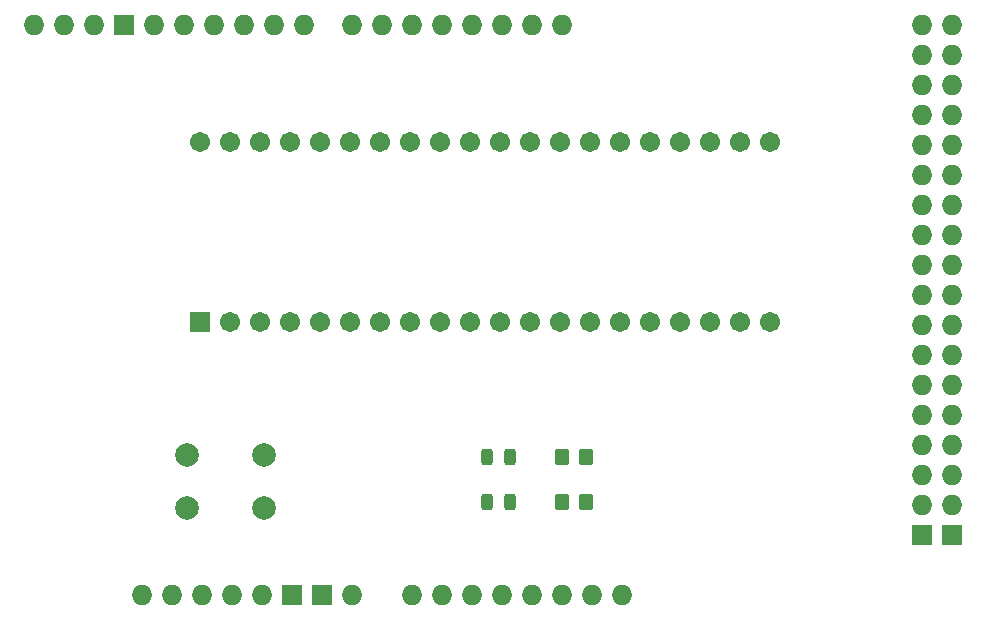
<source format=gbr>
G04 #@! TF.GenerationSoftware,KiCad,Pcbnew,8.0.4-unknown-202407162209~ee573a1480~ubuntu24.04.1*
G04 #@! TF.CreationDate,2024-08-25T10:10:20+01:00*
G04 #@! TF.ProjectId,ZXMUX Tester,5a584d55-5820-4546-9573-7465722e6b69,1.1*
G04 #@! TF.SameCoordinates,Original*
G04 #@! TF.FileFunction,Soldermask,Top*
G04 #@! TF.FilePolarity,Negative*
%FSLAX46Y46*%
G04 Gerber Fmt 4.6, Leading zero omitted, Abs format (unit mm)*
G04 Created by KiCad (PCBNEW 8.0.4-unknown-202407162209~ee573a1480~ubuntu24.04.1) date 2024-08-25 10:10:20*
%MOMM*%
%LPD*%
G01*
G04 APERTURE LIST*
G04 Aperture macros list*
%AMRoundRect*
0 Rectangle with rounded corners*
0 $1 Rounding radius*
0 $2 $3 $4 $5 $6 $7 $8 $9 X,Y pos of 4 corners*
0 Add a 4 corners polygon primitive as box body*
4,1,4,$2,$3,$4,$5,$6,$7,$8,$9,$2,$3,0*
0 Add four circle primitives for the rounded corners*
1,1,$1+$1,$2,$3*
1,1,$1+$1,$4,$5*
1,1,$1+$1,$6,$7*
1,1,$1+$1,$8,$9*
0 Add four rect primitives between the rounded corners*
20,1,$1+$1,$2,$3,$4,$5,0*
20,1,$1+$1,$4,$5,$6,$7,0*
20,1,$1+$1,$6,$7,$8,$9,0*
20,1,$1+$1,$8,$9,$2,$3,0*%
G04 Aperture macros list end*
%ADD10C,2.000000*%
%ADD11RoundRect,0.243750X-0.243750X-0.456250X0.243750X-0.456250X0.243750X0.456250X-0.243750X0.456250X0*%
%ADD12RoundRect,0.250000X0.350000X0.450000X-0.350000X0.450000X-0.350000X-0.450000X0.350000X-0.450000X0*%
%ADD13O,1.727200X1.727200*%
%ADD14R,1.727200X1.727200*%
%ADD15RoundRect,0.102000X0.754000X-0.754000X0.754000X0.754000X-0.754000X0.754000X-0.754000X-0.754000X0*%
%ADD16C,1.712000*%
G04 APERTURE END LIST*
D10*
G04 #@! TO.C,SW1*
X144070000Y-93319600D03*
X150570000Y-93319600D03*
X144070000Y-97819600D03*
X150570000Y-97819600D03*
G04 #@! TD*
D11*
G04 #@! TO.C,D2*
X169480000Y-97282000D03*
X171355000Y-97282000D03*
G04 #@! TD*
D12*
G04 #@! TO.C,R1*
X177800000Y-93472000D03*
X175800000Y-93472000D03*
G04 #@! TD*
G04 #@! TO.C,R2*
X177800000Y-97282000D03*
X175800000Y-97282000D03*
G04 #@! TD*
D11*
G04 #@! TO.C,D1*
X169480000Y-93472000D03*
X171355000Y-93472000D03*
G04 #@! TD*
D13*
G04 #@! TO.C,XA1*
X140208000Y-105156000D03*
X147828000Y-105156000D03*
X150368000Y-105156000D03*
X206248000Y-56896000D03*
X208788000Y-56896000D03*
X163068000Y-105156000D03*
X165608000Y-105156000D03*
X168148000Y-105156000D03*
X170688000Y-105156000D03*
X173228000Y-105156000D03*
X175768000Y-105156000D03*
X178308000Y-105156000D03*
X180848000Y-105156000D03*
X136144000Y-56896000D03*
X175768000Y-56896000D03*
X173228000Y-56896000D03*
X170688000Y-56896000D03*
X168148000Y-56896000D03*
X165608000Y-56896000D03*
X163068000Y-56896000D03*
X160528000Y-56896000D03*
X157988000Y-56896000D03*
X153924000Y-56896000D03*
X151384000Y-56896000D03*
X148844000Y-56896000D03*
X146304000Y-56896000D03*
X143764000Y-56896000D03*
X141224000Y-56896000D03*
X206248000Y-59436000D03*
X208788000Y-59436000D03*
X206248000Y-61976000D03*
X208788000Y-61976000D03*
X206248000Y-64516000D03*
X208788000Y-64516000D03*
X206248000Y-67056000D03*
X208788000Y-67056000D03*
X206248000Y-69596000D03*
X208788000Y-69596000D03*
X206248000Y-72136000D03*
X208788000Y-72136000D03*
X206248000Y-74676000D03*
X208788000Y-74676000D03*
X206248000Y-77216000D03*
X208788000Y-77216000D03*
X206248000Y-79756000D03*
X208788000Y-79756000D03*
X206248000Y-82296000D03*
X208788000Y-82296000D03*
X206248000Y-84836000D03*
X208788000Y-84836000D03*
X206248000Y-87376000D03*
X208788000Y-87376000D03*
X206248000Y-89916000D03*
X208788000Y-89916000D03*
X206248000Y-92456000D03*
X208788000Y-92456000D03*
X206248000Y-94996000D03*
X208788000Y-94996000D03*
X206248000Y-97536000D03*
X208788000Y-97536000D03*
D14*
X138684000Y-56896000D03*
X152908000Y-105156000D03*
X155448000Y-105156000D03*
X206248000Y-100076000D03*
X208788000Y-100076000D03*
D13*
X142748000Y-105156000D03*
X145288000Y-105156000D03*
X131064000Y-56896000D03*
X133604000Y-56896000D03*
X157988000Y-105156000D03*
G04 #@! TD*
D15*
G04 #@! TO.C,U1*
X145135600Y-82042000D03*
D16*
X147675600Y-82042000D03*
X150215600Y-82042000D03*
X152755600Y-82042000D03*
X155295600Y-82042000D03*
X157835600Y-82042000D03*
X160375600Y-82042000D03*
X162915600Y-82042000D03*
X165455600Y-82042000D03*
X167995600Y-82042000D03*
X170535600Y-82042000D03*
X173075600Y-82042000D03*
X175615600Y-82042000D03*
X178155600Y-82042000D03*
X180695600Y-82042000D03*
X183235600Y-82042000D03*
X185775600Y-82042000D03*
X188315600Y-82042000D03*
X190855600Y-82042000D03*
X193395600Y-82042000D03*
X193395600Y-66802000D03*
X190855600Y-66802000D03*
X188315600Y-66802000D03*
X185775600Y-66802000D03*
X183235600Y-66802000D03*
X180695600Y-66802000D03*
X178155600Y-66802000D03*
X175615600Y-66802000D03*
X173075600Y-66802000D03*
X170535600Y-66802000D03*
X167995600Y-66802000D03*
X165455600Y-66802000D03*
X162915600Y-66802000D03*
X160375600Y-66802000D03*
X157835600Y-66802000D03*
X155295600Y-66802000D03*
X152755600Y-66802000D03*
X150215600Y-66802000D03*
X147675600Y-66802000D03*
X145135600Y-66802000D03*
G04 #@! TD*
M02*

</source>
